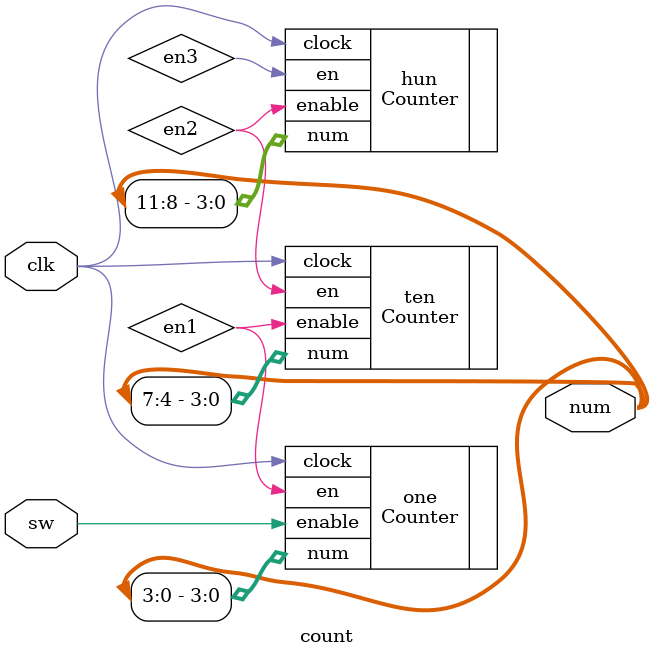
<source format=v>
`timescale 1ns / 1ps


module count (
input clk,
input sw,
output  wire [11:0] num
);
wire en1,en2,en3;

    Counter one(
    .clock(clk),
    .enable(sw),
    .num(num[3:0]),
    .en(en1)
    );
    Counter ten(
    .clock(clk),
    .enable(en1),
    .num(num[7:4]),
    .en(en2)
    );
    Counter hun(
    .clock(clk),
    .enable(en2),
    .num(num[11:8]),
    .en(en3)
    );
    
endmodule

</source>
